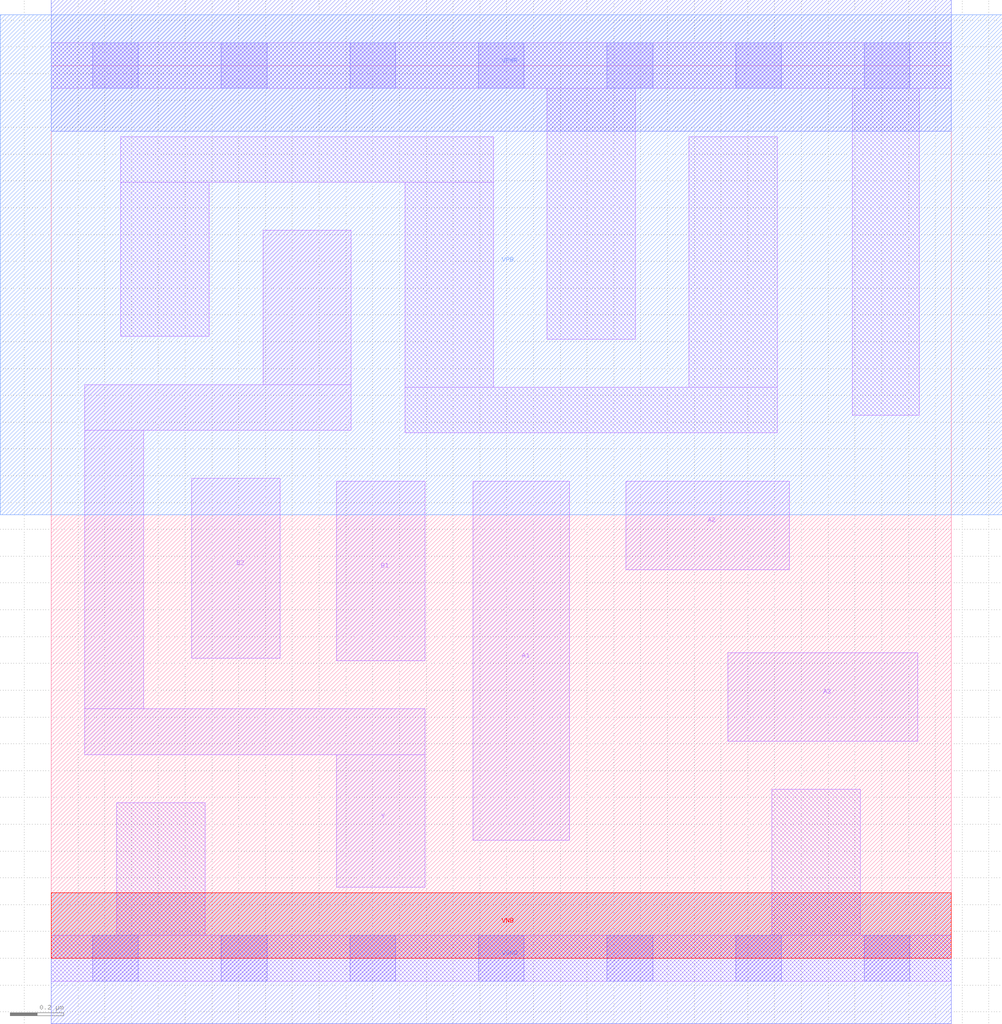
<source format=lef>
# Copyright 2020 The SkyWater PDK Authors
#
# Licensed under the Apache License, Version 2.0 (the "License");
# you may not use this file except in compliance with the License.
# You may obtain a copy of the License at
#
#     https://www.apache.org/licenses/LICENSE-2.0
#
# Unless required by applicable law or agreed to in writing, software
# distributed under the License is distributed on an "AS IS" BASIS,
# WITHOUT WARRANTIES OR CONDITIONS OF ANY KIND, either express or implied.
# See the License for the specific language governing permissions and
# limitations under the License.
#
# SPDX-License-Identifier: Apache-2.0

VERSION 5.7 ;
  NOWIREEXTENSIONATPIN ON ;
  DIVIDERCHAR "/" ;
  BUSBITCHARS "[]" ;
MACRO sky130_fd_sc_lp__a32oi_lp
  CLASS CORE ;
  FOREIGN sky130_fd_sc_lp__a32oi_lp ;
  ORIGIN  0.000000  0.000000 ;
  SIZE  3.360000 BY  3.330000 ;
  SYMMETRY X Y R90 ;
  SITE unit ;
  PIN A1
    ANTENNAGATEAREA  0.313000 ;
    DIRECTION INPUT ;
    USE SIGNAL ;
    PORT
      LAYER li1 ;
        RECT 1.575000 0.440000 1.935000 1.780000 ;
    END
  END A1
  PIN A2
    ANTENNAGATEAREA  0.313000 ;
    DIRECTION INPUT ;
    USE SIGNAL ;
    PORT
      LAYER li1 ;
        RECT 2.145000 1.450000 2.755000 1.780000 ;
    END
  END A2
  PIN A3
    ANTENNAGATEAREA  0.313000 ;
    DIRECTION INPUT ;
    USE SIGNAL ;
    PORT
      LAYER li1 ;
        RECT 2.525000 0.810000 3.235000 1.140000 ;
    END
  END A3
  PIN B1
    ANTENNAGATEAREA  0.313000 ;
    DIRECTION INPUT ;
    USE SIGNAL ;
    PORT
      LAYER li1 ;
        RECT 1.065000 1.110000 1.395000 1.780000 ;
    END
  END B1
  PIN B2
    ANTENNAGATEAREA  0.313000 ;
    DIRECTION INPUT ;
    USE SIGNAL ;
    PORT
      LAYER li1 ;
        RECT 0.525000 1.120000 0.855000 1.790000 ;
    END
  END B2
  PIN Y
    ANTENNADIFFAREA  0.508900 ;
    DIRECTION OUTPUT ;
    USE SIGNAL ;
    PORT
      LAYER li1 ;
        RECT 0.125000 0.760000 1.395000 0.930000 ;
        RECT 0.125000 0.930000 0.345000 1.970000 ;
        RECT 0.125000 1.970000 1.120000 2.140000 ;
        RECT 0.790000 2.140000 1.120000 2.715000 ;
        RECT 1.065000 0.265000 1.395000 0.760000 ;
    END
  END Y
  PIN VGND
    DIRECTION INOUT ;
    USE GROUND ;
    PORT
      LAYER met1 ;
        RECT 0.000000 -0.245000 3.360000 0.245000 ;
    END
  END VGND
  PIN VNB
    DIRECTION INOUT ;
    USE GROUND ;
    PORT
      LAYER pwell ;
        RECT 0.000000 0.000000 3.360000 0.245000 ;
    END
  END VNB
  PIN VPB
    DIRECTION INOUT ;
    USE POWER ;
    PORT
      LAYER nwell ;
        RECT -0.190000 1.655000 3.550000 3.520000 ;
    END
  END VPB
  PIN VPWR
    DIRECTION INOUT ;
    USE POWER ;
    PORT
      LAYER met1 ;
        RECT 0.000000 3.085000 3.360000 3.575000 ;
    END
  END VPWR
  OBS
    LAYER li1 ;
      RECT 0.000000 -0.085000 3.360000 0.085000 ;
      RECT 0.000000  3.245000 3.360000 3.415000 ;
      RECT 0.245000  0.085000 0.575000 0.580000 ;
      RECT 0.260000  2.320000 0.590000 2.895000 ;
      RECT 0.260000  2.895000 1.650000 3.065000 ;
      RECT 1.320000  1.960000 2.710000 2.130000 ;
      RECT 1.320000  2.130000 1.650000 2.895000 ;
      RECT 1.850000  2.310000 2.180000 3.245000 ;
      RECT 2.380000  2.130000 2.710000 3.065000 ;
      RECT 2.690000  0.085000 3.020000 0.630000 ;
      RECT 2.990000  2.025000 3.240000 3.245000 ;
    LAYER mcon ;
      RECT 0.155000 -0.085000 0.325000 0.085000 ;
      RECT 0.155000  3.245000 0.325000 3.415000 ;
      RECT 0.635000 -0.085000 0.805000 0.085000 ;
      RECT 0.635000  3.245000 0.805000 3.415000 ;
      RECT 1.115000 -0.085000 1.285000 0.085000 ;
      RECT 1.115000  3.245000 1.285000 3.415000 ;
      RECT 1.595000 -0.085000 1.765000 0.085000 ;
      RECT 1.595000  3.245000 1.765000 3.415000 ;
      RECT 2.075000 -0.085000 2.245000 0.085000 ;
      RECT 2.075000  3.245000 2.245000 3.415000 ;
      RECT 2.555000 -0.085000 2.725000 0.085000 ;
      RECT 2.555000  3.245000 2.725000 3.415000 ;
      RECT 3.035000 -0.085000 3.205000 0.085000 ;
      RECT 3.035000  3.245000 3.205000 3.415000 ;
  END
END sky130_fd_sc_lp__a32oi_lp
END LIBRARY

</source>
